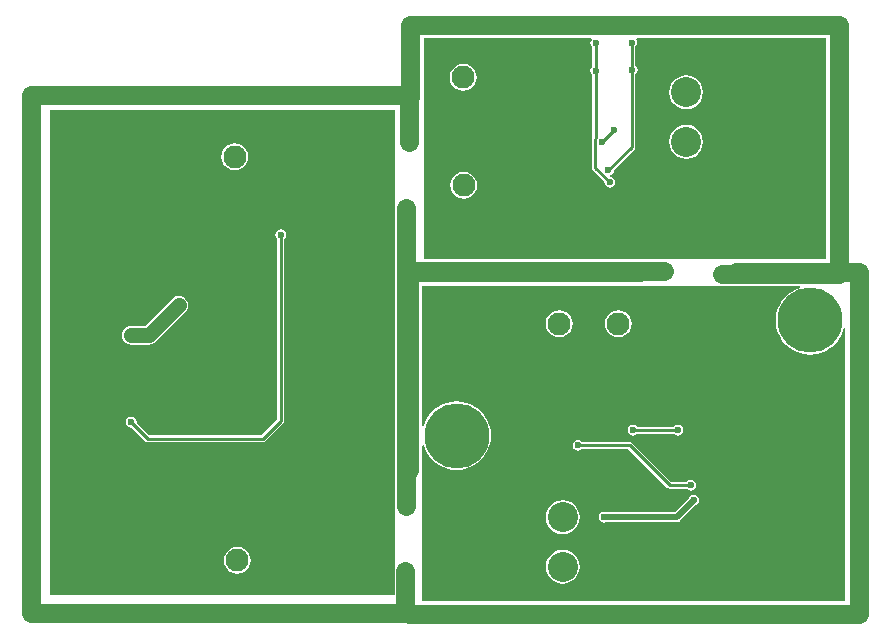
<source format=gbl>
G04*
G04 #@! TF.GenerationSoftware,Altium Limited,Altium Designer,18.1.9 (240)*
G04*
G04 Layer_Physical_Order=2*
G04 Layer_Color=16711680*
%FSLAX44Y44*%
%MOMM*%
G71*
G01*
G75*
%ADD10C,0.6000*%
%ADD16C,0.2540*%
%ADD25C,1.2700*%
%ADD38C,0.5080*%
%ADD39C,1.6000*%
%ADD40C,2.5400*%
%ADD41C,1.9500*%
%ADD42C,5.5000*%
G36*
X673026Y298524D02*
X332814D01*
Y485065D01*
X474454D01*
X475002Y483796D01*
X474274Y482706D01*
X473923Y480941D01*
X474274Y479176D01*
X475274Y477680D01*
X475687Y477404D01*
Y461468D01*
X475178Y461128D01*
X474179Y459631D01*
X473827Y457866D01*
X474179Y456101D01*
X475178Y454604D01*
X475591Y454328D01*
Y401926D01*
X475433Y401132D01*
X475456Y401018D01*
X475444Y401000D01*
X475227Y399910D01*
X475227Y399910D01*
Y375364D01*
X475227Y375364D01*
X475444Y374274D01*
X476062Y373350D01*
X485704Y363707D01*
X485607Y363220D01*
X485959Y361455D01*
X486958Y359958D01*
X488455Y358959D01*
X490220Y358607D01*
X491985Y358959D01*
X493482Y359958D01*
X494482Y361455D01*
X494833Y363220D01*
X494482Y364985D01*
X493482Y366482D01*
X491985Y367481D01*
X490642Y367749D01*
Y369044D01*
X491019Y369118D01*
X492516Y370118D01*
X493516Y371615D01*
X493867Y373380D01*
X493770Y373867D01*
X511284Y391382D01*
X511902Y392306D01*
X512119Y393396D01*
X512119Y393396D01*
Y455187D01*
X512532Y455462D01*
X513531Y456959D01*
X513883Y458724D01*
X513531Y460489D01*
X512532Y461986D01*
X511611Y462601D01*
Y478046D01*
X512024Y478322D01*
X513023Y479819D01*
X513375Y481584D01*
X513023Y483349D01*
X512725Y483796D01*
X513404Y485065D01*
X673026D01*
Y298524D01*
D02*
G37*
G36*
X651773Y274245D02*
X651037Y274069D01*
X646816Y272321D01*
X642921Y269933D01*
X639447Y266966D01*
X636480Y263493D01*
X634093Y259597D01*
X632345Y255377D01*
X631279Y250934D01*
X630920Y246380D01*
X631279Y241826D01*
X632345Y237383D01*
X634093Y233163D01*
X636480Y229267D01*
X639447Y225793D01*
X642921Y222826D01*
X646816Y220439D01*
X651037Y218691D01*
X655480Y217625D01*
X660034Y217266D01*
X664588Y217625D01*
X669031Y218691D01*
X673251Y220439D01*
X677147Y222826D01*
X680620Y225793D01*
X683587Y229267D01*
X685974Y233163D01*
X687723Y237383D01*
X688266Y239645D01*
X689536Y239494D01*
X689536Y8964D01*
X331544D01*
Y140339D01*
X332814Y140489D01*
X332991Y139753D01*
X334739Y135533D01*
X337127Y131637D01*
X340093Y128163D01*
X343567Y125196D01*
X347463Y122809D01*
X351683Y121061D01*
X356126Y119995D01*
X360680Y119636D01*
X365234Y119995D01*
X369677Y121061D01*
X373897Y122809D01*
X377793Y125196D01*
X381267Y128163D01*
X384234Y131637D01*
X386621Y135533D01*
X388369Y139753D01*
X389435Y144195D01*
X389794Y148750D01*
X389435Y153304D01*
X388369Y157746D01*
X386621Y161967D01*
X384234Y165863D01*
X381267Y169336D01*
X377793Y172303D01*
X373897Y174690D01*
X369677Y176439D01*
X365234Y177505D01*
X360680Y177864D01*
X356126Y177505D01*
X351683Y176439D01*
X347463Y174690D01*
X343567Y172303D01*
X340093Y169336D01*
X337127Y165863D01*
X334739Y161967D01*
X332991Y157746D01*
X332814Y157011D01*
X331544Y157161D01*
Y275515D01*
X651623D01*
X651773Y274245D01*
D02*
G37*
G36*
X308511Y13970D02*
X16510Y13970D01*
Y424081D01*
X308511D01*
Y13970D01*
D02*
G37*
%LPC*%
G36*
X366160Y463491D02*
X363217Y463104D01*
X360474Y461968D01*
X358119Y460161D01*
X356312Y457806D01*
X355176Y455063D01*
X354789Y452120D01*
X355176Y449177D01*
X356312Y446434D01*
X358119Y444079D01*
X360474Y442272D01*
X363217Y441136D01*
X366160Y440749D01*
X369103Y441136D01*
X371846Y442272D01*
X374201Y444079D01*
X376008Y446434D01*
X377144Y449177D01*
X377531Y452120D01*
X377144Y455063D01*
X376008Y457806D01*
X374201Y460161D01*
X371846Y461968D01*
X369103Y463104D01*
X366160Y463491D01*
D02*
G37*
G36*
X554990Y453767D02*
X551277Y453278D01*
X547817Y451845D01*
X544845Y449565D01*
X542565Y446593D01*
X541132Y443133D01*
X540643Y439420D01*
X541132Y435707D01*
X542565Y432247D01*
X544845Y429275D01*
X547817Y426995D01*
X551277Y425562D01*
X554990Y425073D01*
X558703Y425562D01*
X562163Y426995D01*
X565135Y429275D01*
X567415Y432247D01*
X568848Y435707D01*
X569337Y439420D01*
X568848Y443133D01*
X567415Y446593D01*
X565135Y449565D01*
X562163Y451845D01*
X558703Y453278D01*
X554990Y453767D01*
D02*
G37*
G36*
Y411857D02*
X551277Y411368D01*
X547817Y409935D01*
X544845Y407655D01*
X542565Y404683D01*
X541132Y401223D01*
X540643Y397510D01*
X541132Y393797D01*
X542565Y390337D01*
X544845Y387365D01*
X547817Y385085D01*
X551277Y383652D01*
X554990Y383163D01*
X558703Y383652D01*
X562163Y385085D01*
X565135Y387365D01*
X567415Y390337D01*
X568848Y393797D01*
X569337Y397510D01*
X568848Y401223D01*
X567415Y404683D01*
X565135Y407655D01*
X562163Y409935D01*
X558703Y411368D01*
X554990Y411857D01*
D02*
G37*
G36*
X366560Y372051D02*
X363617Y371664D01*
X360874Y370528D01*
X358519Y368721D01*
X356712Y366366D01*
X355576Y363623D01*
X355189Y360680D01*
X355576Y357737D01*
X356712Y354994D01*
X358519Y352639D01*
X360874Y350832D01*
X363617Y349696D01*
X366560Y349309D01*
X369503Y349696D01*
X372246Y350832D01*
X374601Y352639D01*
X376408Y354994D01*
X377544Y357737D01*
X377931Y360680D01*
X377544Y363623D01*
X376408Y366366D01*
X374601Y368721D01*
X372246Y370528D01*
X369503Y371664D01*
X366560Y372051D01*
D02*
G37*
G36*
X497440Y254808D02*
X494497Y254421D01*
X491754Y253285D01*
X489399Y251478D01*
X487592Y249123D01*
X486456Y246380D01*
X486069Y243437D01*
X486456Y240494D01*
X487592Y237751D01*
X489399Y235396D01*
X491754Y233589D01*
X494497Y232453D01*
X497440Y232066D01*
X500383Y232453D01*
X503126Y233589D01*
X505481Y235396D01*
X507288Y237751D01*
X508424Y240494D01*
X508811Y243437D01*
X508424Y246380D01*
X507288Y249123D01*
X505481Y251478D01*
X503126Y253285D01*
X500383Y254421D01*
X497440Y254808D01*
D02*
G37*
G36*
X447440D02*
X444497Y254421D01*
X441754Y253285D01*
X439399Y251478D01*
X437592Y249123D01*
X436456Y246380D01*
X436069Y243437D01*
X436456Y240494D01*
X437592Y237751D01*
X439399Y235396D01*
X441754Y233589D01*
X444497Y232453D01*
X447440Y232066D01*
X450383Y232453D01*
X453126Y233589D01*
X455481Y235396D01*
X457288Y237751D01*
X458424Y240494D01*
X458811Y243437D01*
X458424Y246380D01*
X457288Y249123D01*
X455481Y251478D01*
X453126Y253285D01*
X450383Y254421D01*
X447440Y254808D01*
D02*
G37*
G36*
X547947Y157979D02*
X546182Y157627D01*
X544686Y156628D01*
X544410Y156215D01*
X513768D01*
X513492Y156628D01*
X511996Y157627D01*
X510230Y157979D01*
X508465Y157627D01*
X506969Y156628D01*
X505969Y155131D01*
X505618Y153366D01*
X505969Y151601D01*
X506969Y150104D01*
X508465Y149104D01*
X510230Y148753D01*
X511996Y149104D01*
X513492Y150104D01*
X513768Y150517D01*
X544410D01*
X544686Y150104D01*
X546182Y149104D01*
X547947Y148753D01*
X549712Y149104D01*
X551209Y150104D01*
X552209Y151601D01*
X552560Y153366D01*
X552209Y155131D01*
X551209Y156628D01*
X549712Y157627D01*
X547947Y157979D01*
D02*
G37*
G36*
X463580Y145063D02*
X461815Y144711D01*
X460318Y143712D01*
X459319Y142215D01*
X458967Y140450D01*
X459319Y138685D01*
X460318Y137188D01*
X461815Y136188D01*
X463580Y135837D01*
X465345Y136188D01*
X466842Y137188D01*
X467118Y137601D01*
X506070D01*
X539006Y104666D01*
X539006Y104666D01*
X539930Y104048D01*
X541020Y103831D01*
X541020Y103831D01*
X555262D01*
X555538Y103418D01*
X557035Y102418D01*
X558800Y102067D01*
X560565Y102418D01*
X562062Y103418D01*
X563061Y104915D01*
X563413Y106680D01*
X563061Y108445D01*
X562062Y109942D01*
X560565Y110941D01*
X558800Y111293D01*
X557035Y110941D01*
X555538Y109942D01*
X555262Y109529D01*
X542200D01*
X509264Y142464D01*
X508340Y143082D01*
X507250Y143299D01*
X507250Y143299D01*
X467118D01*
X466842Y143712D01*
X465345Y144711D01*
X463580Y145063D01*
D02*
G37*
G36*
X561340Y98593D02*
X559575Y98242D01*
X558078Y97242D01*
X557079Y95745D01*
X557037Y95537D01*
X545378Y83878D01*
X487403D01*
X487227Y83996D01*
X485462Y84347D01*
X483696Y83996D01*
X482200Y82996D01*
X481200Y81500D01*
X480849Y79735D01*
X481200Y77969D01*
X482200Y76473D01*
X483696Y75473D01*
X485462Y75122D01*
X487227Y75473D01*
X487403Y75591D01*
X547095D01*
X548680Y75907D01*
X550025Y76805D01*
X562897Y89677D01*
X563105Y89719D01*
X564602Y90718D01*
X565602Y92215D01*
X565953Y93980D01*
X565602Y95745D01*
X564602Y97242D01*
X563105Y98242D01*
X561340Y98593D01*
D02*
G37*
G36*
X450540Y94081D02*
X446827Y93593D01*
X443367Y92159D01*
X440395Y89879D01*
X438115Y86908D01*
X436682Y83448D01*
X436193Y79735D01*
X436682Y76021D01*
X438115Y72561D01*
X440395Y69590D01*
X443367Y67310D01*
X446827Y65877D01*
X450540Y65388D01*
X454253Y65877D01*
X457713Y67310D01*
X460685Y69590D01*
X462965Y72561D01*
X464398Y76021D01*
X464887Y79735D01*
X464398Y83448D01*
X462965Y86908D01*
X460685Y89879D01*
X457713Y92159D01*
X454253Y93593D01*
X450540Y94081D01*
D02*
G37*
G36*
Y52171D02*
X446827Y51683D01*
X443367Y50249D01*
X440395Y47969D01*
X438115Y44998D01*
X436682Y41538D01*
X436193Y37825D01*
X436682Y34111D01*
X438115Y30651D01*
X440395Y27680D01*
X443367Y25400D01*
X446827Y23967D01*
X450540Y23478D01*
X454253Y23967D01*
X457713Y25400D01*
X460685Y27680D01*
X462965Y30651D01*
X464398Y34111D01*
X464887Y37825D01*
X464398Y41538D01*
X462965Y44998D01*
X460685Y47969D01*
X457713Y50249D01*
X454253Y51683D01*
X450540Y52171D01*
D02*
G37*
G36*
X172892Y396181D02*
X169949Y395794D01*
X167206Y394658D01*
X164851Y392851D01*
X163044Y390496D01*
X161908Y387753D01*
X161521Y384810D01*
X161908Y381867D01*
X163044Y379124D01*
X164851Y376769D01*
X167206Y374962D01*
X169949Y373826D01*
X172892Y373439D01*
X175835Y373826D01*
X178577Y374962D01*
X180933Y376769D01*
X182740Y379124D01*
X183876Y381867D01*
X184263Y384810D01*
X183876Y387753D01*
X182740Y390496D01*
X180933Y392851D01*
X178577Y394658D01*
X175835Y395794D01*
X172892Y396181D01*
D02*
G37*
G36*
X125502Y267022D02*
X123446Y266751D01*
X121531Y265958D01*
X119886Y264696D01*
X96812Y241622D01*
X85090D01*
X83034Y241351D01*
X81119Y240558D01*
X79474Y239296D01*
X78212Y237651D01*
X77419Y235735D01*
X77148Y233680D01*
X77419Y231625D01*
X78212Y229709D01*
X79474Y228064D01*
X81119Y226802D01*
X83034Y226009D01*
X85090Y225738D01*
X100102D01*
X100102Y225738D01*
X102157Y226009D01*
X104073Y226802D01*
X105718Y228064D01*
X131118Y253464D01*
X132380Y255109D01*
X133173Y257024D01*
X133444Y259080D01*
X133173Y261136D01*
X132380Y263051D01*
X131118Y264696D01*
X129473Y265958D01*
X127557Y266751D01*
X125502Y267022D01*
D02*
G37*
G36*
X211862Y323383D02*
X210097Y323032D01*
X208600Y322032D01*
X207600Y320535D01*
X207249Y318770D01*
X207600Y317005D01*
X208600Y315508D01*
X209013Y315233D01*
Y162470D01*
X195442Y148899D01*
X100240D01*
X89606Y159533D01*
X89703Y160020D01*
X89352Y161785D01*
X88352Y163282D01*
X86855Y164282D01*
X85090Y164633D01*
X83325Y164282D01*
X81828Y163282D01*
X80829Y161785D01*
X80477Y160020D01*
X80829Y158255D01*
X81828Y156758D01*
X83325Y155758D01*
X85090Y155407D01*
X85577Y155504D01*
X97046Y144036D01*
X97970Y143418D01*
X99060Y143201D01*
X99060Y143201D01*
X196622D01*
X196622Y143201D01*
X197712Y143418D01*
X198636Y144036D01*
X213876Y159276D01*
X213876Y159276D01*
X214494Y160200D01*
X214711Y161290D01*
X214711Y161290D01*
Y315233D01*
X215123Y315508D01*
X216123Y317005D01*
X216474Y318770D01*
X216123Y320535D01*
X215123Y322032D01*
X213627Y323032D01*
X211862Y323383D01*
D02*
G37*
G36*
X174875Y54551D02*
X171932Y54164D01*
X169190Y53028D01*
X166835Y51221D01*
X165027Y48866D01*
X163891Y46123D01*
X163504Y43180D01*
X163891Y40237D01*
X165027Y37494D01*
X166835Y35139D01*
X169190Y33332D01*
X171932Y32196D01*
X174875Y31809D01*
X177818Y32196D01*
X180561Y33332D01*
X182916Y35139D01*
X184723Y37494D01*
X185859Y40237D01*
X186246Y43180D01*
X185859Y46123D01*
X184723Y48866D01*
X182916Y51221D01*
X180561Y53028D01*
X177818Y54164D01*
X174875Y54551D01*
D02*
G37*
%LPD*%
D10*
X478536Y480941D02*
D03*
X508762Y481584D02*
D03*
X478440Y457866D02*
D03*
X509270Y458724D02*
D03*
X489254Y373380D02*
D03*
X490220Y363220D02*
D03*
X494030Y407670D02*
D03*
X483870Y397510D02*
D03*
X247650Y300990D02*
D03*
X234950Y203200D02*
D03*
Y193040D02*
D03*
Y182880D02*
D03*
X226060D02*
D03*
Y193040D02*
D03*
Y203200D02*
D03*
X193040Y323850D02*
D03*
Y314960D02*
D03*
Y306070D02*
D03*
X185420Y323850D02*
D03*
Y314960D02*
D03*
X302260Y242570D02*
D03*
X77470Y127000D02*
D03*
X85090Y233680D02*
D03*
Y160020D02*
D03*
X153670Y276860D02*
D03*
X234330Y299100D02*
D03*
X185420Y306070D02*
D03*
X296275Y203565D02*
D03*
X125502Y259080D02*
D03*
X211862Y318770D02*
D03*
X547947Y153366D02*
D03*
X510230D02*
D03*
X494525Y182736D02*
D03*
X416560Y119380D02*
D03*
X561340Y93980D02*
D03*
X485462Y79735D02*
D03*
X558800Y106680D02*
D03*
X453420Y175260D02*
D03*
X462280Y170180D02*
D03*
X497585Y124316D02*
D03*
X463580Y140450D02*
D03*
X501495Y131936D02*
D03*
X547215Y182736D02*
D03*
X469180Y119380D02*
D03*
D16*
X478536Y480941D02*
Y457962D01*
X478440Y457866D01*
X508762Y481584D02*
Y459232D01*
X509270Y458724D01*
X478440Y457866D02*
Y401482D01*
X478536Y401386D01*
X478282Y401132D01*
X478790Y400624D01*
X478076Y399910D01*
X509270Y458724D02*
Y393396D01*
X489254Y373380D01*
X478076Y375364D02*
X490220Y363220D01*
X478076Y399910D02*
Y375364D01*
X494030Y407670D02*
X483870Y397510D01*
X99060Y146050D02*
X85090Y160020D01*
X196622Y146050D02*
X99060D01*
X196622D02*
X211862Y161290D01*
Y318770D01*
X510230Y153366D02*
X547947D01*
X507250Y140450D02*
X541020Y106680D01*
X463580Y140450D02*
X507250D01*
X541020Y106680D02*
X558800D01*
D25*
X100102Y233680D02*
X85090D01*
X100102D02*
X125502Y259080D01*
D38*
X547095Y79735D02*
X561340Y93980D01*
X485462Y79735D02*
X547095D01*
D39*
X535940Y288290D02*
X326390Y288290D01*
X321310Y496570D02*
Y435610D01*
Y496570D02*
X684530D01*
Y285750D01*
X585470Y285750D02*
X684530D01*
X320040Y397510D02*
Y436880D01*
X318010Y88900D02*
X318010Y341630D01*
X317250Y-1248D02*
Y34290D01*
X321310Y436880D02*
X0D01*
Y-1270D02*
Y436880D01*
Y-1270D02*
X321310Y-1248D01*
X596900Y287020D02*
X701040D01*
X322580D02*
X515620D01*
X320040Y119380D02*
Y287020D01*
X701040Y-2540D02*
Y287020D01*
X320040Y-2540D02*
X701040D01*
D40*
X554990Y439420D02*
D03*
Y397510D02*
D03*
X450540Y37825D02*
D03*
Y79735D02*
D03*
D41*
X416560Y360680D02*
D03*
X366560D02*
D03*
X416160Y452120D02*
D03*
X366160D02*
D03*
X174875Y43180D02*
D03*
X224875D02*
D03*
X172892Y384810D02*
D03*
X222892D02*
D03*
X497440Y243437D02*
D03*
X447440D02*
D03*
D42*
X360680Y148750D02*
D03*
X650240Y48260D02*
D03*
X660034Y246380D02*
D03*
M02*

</source>
